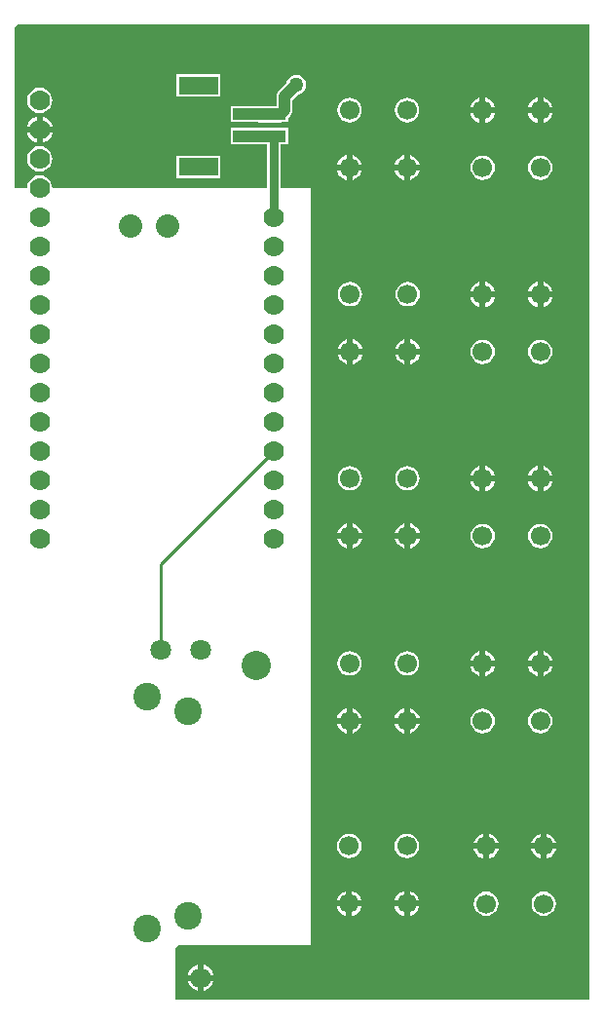
<source format=gbl>
G04*
G04 #@! TF.GenerationSoftware,Altium Limited,Altium Designer,19.1.8 (144)*
G04*
G04 Layer_Physical_Order=2*
G04 Layer_Color=16711680*
%FSLAX25Y25*%
%MOIN*%
G70*
G01*
G75*
%ADD10C,0.01000*%
%ADD24C,0.06693*%
%ADD25C,0.08000*%
%ADD26C,0.09449*%
%ADD27C,0.07087*%
%ADD28C,0.07000*%
%ADD29C,0.05000*%
%ADD30C,0.10000*%
%ADD31R,0.18110X0.03937*%
%ADD32R,0.13386X0.06299*%
%ADD33C,0.03000*%
%ADD34C,0.04000*%
G36*
X590551Y394685D02*
X448819D01*
Y412402D01*
X449803Y413386D01*
X495079D01*
Y672244D01*
X484707D01*
Y687389D01*
X487414D01*
Y692926D01*
X467704D01*
Y687389D01*
X480017D01*
Y672244D01*
X406768D01*
X406699Y672323D01*
X406552Y673445D01*
X406118Y674491D01*
X405429Y675390D01*
X404531Y676079D01*
X403485Y676512D01*
X402362Y676660D01*
X401240Y676512D01*
X400194Y676079D01*
X399295Y675390D01*
X398606Y674491D01*
X398173Y673445D01*
X398025Y672323D01*
X397956Y672244D01*
X393701D01*
Y727362D01*
X394685Y728346D01*
X590551D01*
Y394685D01*
D02*
G37*
%LPC*%
G36*
X464186Y711430D02*
X449200D01*
Y703531D01*
X464186D01*
Y711430D01*
D02*
G37*
G36*
X574622Y703203D02*
Y699951D01*
X577874D01*
X577857Y700086D01*
X577419Y701143D01*
X576722Y702051D01*
X575814Y702748D01*
X574757Y703186D01*
X574622Y703203D01*
D02*
G37*
G36*
X572622D02*
X572487Y703186D01*
X571430Y702748D01*
X570522Y702051D01*
X569825Y701143D01*
X569387Y700086D01*
X569370Y699951D01*
X572622D01*
Y703203D01*
D02*
G37*
G36*
X554937D02*
Y699951D01*
X558189D01*
X558172Y700086D01*
X557734Y701143D01*
X557037Y702051D01*
X556129Y702748D01*
X555072Y703186D01*
X554937Y703203D01*
D02*
G37*
G36*
X552937D02*
X552802Y703186D01*
X551745Y702748D01*
X550837Y702051D01*
X550140Y701143D01*
X549702Y700086D01*
X549685Y699951D01*
X552937D01*
Y703203D01*
D02*
G37*
G36*
X402362Y706660D02*
X401240Y706512D01*
X400194Y706079D01*
X399295Y705390D01*
X398606Y704491D01*
X398173Y703445D01*
X398025Y702323D01*
X398173Y701200D01*
X398606Y700154D01*
X399295Y699256D01*
X400194Y698567D01*
X401240Y698134D01*
X402362Y697986D01*
X403485Y698134D01*
X404531Y698567D01*
X405429Y699256D01*
X406118Y700154D01*
X406552Y701200D01*
X406699Y702323D01*
X406552Y703445D01*
X406118Y704491D01*
X405429Y705390D01*
X404531Y706079D01*
X403485Y706512D01*
X402362Y706660D01*
D02*
G37*
G36*
X528051Y703198D02*
X526969Y703055D01*
X525960Y702638D01*
X525094Y701973D01*
X524429Y701107D01*
X524012Y700098D01*
X523869Y699016D01*
X524012Y697933D01*
X524429Y696925D01*
X525094Y696059D01*
X525960Y695394D01*
X526969Y694976D01*
X528051Y694834D01*
X529134Y694976D01*
X530142Y695394D01*
X531008Y696059D01*
X531673Y696925D01*
X532091Y697933D01*
X532233Y699016D01*
X532091Y700098D01*
X531673Y701107D01*
X531008Y701973D01*
X530142Y702638D01*
X529134Y703055D01*
X528051Y703198D01*
D02*
G37*
G36*
X508366D02*
X507284Y703055D01*
X506275Y702638D01*
X505409Y701973D01*
X504744Y701107D01*
X504326Y700098D01*
X504184Y699016D01*
X504326Y697933D01*
X504744Y696925D01*
X505409Y696059D01*
X506275Y695394D01*
X507284Y694976D01*
X508366Y694834D01*
X509449Y694976D01*
X510457Y695394D01*
X511323Y696059D01*
X511988Y696925D01*
X512406Y697933D01*
X512548Y699016D01*
X512406Y700098D01*
X511988Y701107D01*
X511323Y701973D01*
X510457Y702638D01*
X509449Y703055D01*
X508366Y703198D01*
D02*
G37*
G36*
X490158Y711006D02*
X489296Y710892D01*
X488493Y710560D01*
X487804Y710031D01*
X487275Y709341D01*
X486942Y708539D01*
X486930Y708443D01*
X484117Y705631D01*
X483669Y705046D01*
X483386Y704365D01*
X483290Y703634D01*
Y700462D01*
X477559D01*
X477136Y700406D01*
X467704D01*
Y694869D01*
X477136D01*
X477559Y694814D01*
X484646D01*
X485069Y694869D01*
X487414D01*
Y696413D01*
X488111Y697109D01*
X488560Y697694D01*
X488842Y698376D01*
X488938Y699106D01*
Y702464D01*
X490924Y704450D01*
X491019Y704462D01*
X491822Y704795D01*
X492511Y705324D01*
X493040Y706013D01*
X493372Y706816D01*
X493486Y707677D01*
X493372Y708539D01*
X493040Y709341D01*
X492511Y710031D01*
X491822Y710560D01*
X491019Y710892D01*
X490158Y711006D01*
D02*
G37*
G36*
X577874Y697951D02*
X574622D01*
Y694699D01*
X574757Y694717D01*
X575814Y695155D01*
X576722Y695851D01*
X577419Y696759D01*
X577857Y697817D01*
X577874Y697951D01*
D02*
G37*
G36*
X572622D02*
X569370D01*
X569387Y697817D01*
X569825Y696759D01*
X570522Y695851D01*
X571430Y695155D01*
X572487Y694717D01*
X572622Y694699D01*
Y697951D01*
D02*
G37*
G36*
X558189D02*
X554937D01*
Y694699D01*
X555072Y694717D01*
X556129Y695155D01*
X557037Y695851D01*
X557734Y696759D01*
X558172Y697817D01*
X558189Y697951D01*
D02*
G37*
G36*
X552937D02*
X549685D01*
X549702Y697817D01*
X550140Y696759D01*
X550837Y695851D01*
X551745Y695155D01*
X552802Y694717D01*
X552937Y694699D01*
Y697951D01*
D02*
G37*
G36*
X403362Y696730D02*
Y693323D01*
X406769D01*
X406746Y693498D01*
X406293Y694592D01*
X405572Y695532D01*
X404632Y696254D01*
X403537Y696707D01*
X403362Y696730D01*
D02*
G37*
G36*
X401362Y696730D02*
X401187Y696707D01*
X400093Y696254D01*
X399153Y695532D01*
X398431Y694592D01*
X397978Y693498D01*
X397955Y693323D01*
X401362D01*
Y696730D01*
D02*
G37*
G36*
Y691323D02*
X397955D01*
X397978Y691148D01*
X398431Y690053D01*
X399153Y689113D01*
X400093Y688392D01*
X401187Y687939D01*
X401362Y687916D01*
Y691323D01*
D02*
G37*
G36*
X406769D02*
X403362D01*
Y687916D01*
X403537Y687939D01*
X404632Y688392D01*
X405572Y689113D01*
X406293Y690053D01*
X406746Y691148D01*
X406769Y691323D01*
D02*
G37*
G36*
X509366Y683583D02*
Y680331D01*
X512618D01*
X512601Y680465D01*
X512163Y681523D01*
X511466Y682431D01*
X510558Y683127D01*
X509501Y683565D01*
X509366Y683583D01*
D02*
G37*
G36*
X529051D02*
Y680331D01*
X532303D01*
X532286Y680465D01*
X531848Y681523D01*
X531151Y682431D01*
X530243Y683127D01*
X529186Y683565D01*
X529051Y683583D01*
D02*
G37*
G36*
X527051Y683583D02*
X526917Y683565D01*
X525859Y683127D01*
X524951Y682431D01*
X524255Y681523D01*
X523817Y680465D01*
X523799Y680331D01*
X527051D01*
Y683583D01*
D02*
G37*
G36*
X507366D02*
X507232Y683565D01*
X506174Y683127D01*
X505266Y682431D01*
X504569Y681523D01*
X504132Y680465D01*
X504114Y680331D01*
X507366D01*
Y683583D01*
D02*
G37*
G36*
X402362Y686660D02*
X401240Y686512D01*
X400194Y686079D01*
X399295Y685390D01*
X398606Y684491D01*
X398173Y683445D01*
X398025Y682323D01*
X398173Y681200D01*
X398606Y680154D01*
X399295Y679256D01*
X400194Y678567D01*
X401240Y678133D01*
X402362Y677986D01*
X403485Y678133D01*
X404531Y678567D01*
X405429Y679256D01*
X406118Y680154D01*
X406552Y681200D01*
X406699Y682323D01*
X406552Y683445D01*
X406118Y684491D01*
X405429Y685390D01*
X404531Y686079D01*
X403485Y686512D01*
X402362Y686660D01*
D02*
G37*
G36*
X464186Y683477D02*
X449200D01*
Y675578D01*
X464186D01*
Y683477D01*
D02*
G37*
G36*
X573622Y683448D02*
X572540Y683306D01*
X571531Y682888D01*
X570665Y682223D01*
X570000Y681357D01*
X569582Y680349D01*
X569440Y679266D01*
X569582Y678184D01*
X570000Y677175D01*
X570665Y676309D01*
X571531Y675644D01*
X572540Y675226D01*
X573622Y675084D01*
X574705Y675226D01*
X575713Y675644D01*
X576579Y676309D01*
X577244Y677175D01*
X577662Y678184D01*
X577804Y679266D01*
X577662Y680349D01*
X577244Y681357D01*
X576579Y682223D01*
X575713Y682888D01*
X574705Y683306D01*
X573622Y683448D01*
D02*
G37*
G36*
X553937D02*
X552855Y683306D01*
X551846Y682888D01*
X550980Y682223D01*
X550315Y681357D01*
X549897Y680349D01*
X549755Y679266D01*
X549897Y678184D01*
X550315Y677175D01*
X550980Y676309D01*
X551846Y675644D01*
X552855Y675226D01*
X553937Y675084D01*
X555019Y675226D01*
X556028Y675644D01*
X556894Y676309D01*
X557559Y677175D01*
X557977Y678184D01*
X558119Y679266D01*
X557977Y680349D01*
X557559Y681357D01*
X556894Y682223D01*
X556028Y682888D01*
X555019Y683306D01*
X553937Y683448D01*
D02*
G37*
G36*
X532303Y678331D02*
X529051D01*
Y675078D01*
X529186Y675096D01*
X530243Y675534D01*
X531151Y676231D01*
X531848Y677139D01*
X532286Y678196D01*
X532303Y678331D01*
D02*
G37*
G36*
X512618D02*
X509366D01*
Y675078D01*
X509501Y675096D01*
X510558Y675534D01*
X511466Y676231D01*
X512163Y677139D01*
X512601Y678196D01*
X512618Y678331D01*
D02*
G37*
G36*
X527051D02*
X523799D01*
X523817Y678196D01*
X524255Y677139D01*
X524951Y676231D01*
X525859Y675534D01*
X526917Y675096D01*
X527051Y675078D01*
Y678331D01*
D02*
G37*
G36*
X507366D02*
X504114D01*
X504132Y678196D01*
X504569Y677139D01*
X505266Y676231D01*
X506174Y675534D01*
X507232Y675096D01*
X507366Y675078D01*
Y678331D01*
D02*
G37*
G36*
X574622Y640211D02*
Y636959D01*
X577874D01*
X577857Y637094D01*
X577419Y638151D01*
X576722Y639059D01*
X575814Y639756D01*
X574757Y640194D01*
X574622Y640211D01*
D02*
G37*
G36*
X572622D02*
X572487Y640194D01*
X571430Y639756D01*
X570522Y639059D01*
X569825Y638151D01*
X569387Y637094D01*
X569370Y636959D01*
X572622D01*
Y640211D01*
D02*
G37*
G36*
X554937D02*
Y636959D01*
X558189D01*
X558172Y637094D01*
X557734Y638151D01*
X557037Y639059D01*
X556129Y639756D01*
X555072Y640194D01*
X554937Y640211D01*
D02*
G37*
G36*
X552937D02*
X552802Y640194D01*
X551745Y639756D01*
X550837Y639059D01*
X550140Y638151D01*
X549702Y637094D01*
X549685Y636959D01*
X552937D01*
Y640211D01*
D02*
G37*
G36*
X528248Y640206D02*
X527165Y640063D01*
X526157Y639645D01*
X525291Y638981D01*
X524626Y638115D01*
X524208Y637106D01*
X524066Y636024D01*
X524208Y634941D01*
X524626Y633932D01*
X525291Y633066D01*
X526157Y632402D01*
X527165Y631984D01*
X528248Y631841D01*
X529330Y631984D01*
X530339Y632402D01*
X531205Y633066D01*
X531870Y633932D01*
X532288Y634941D01*
X532430Y636024D01*
X532288Y637106D01*
X531870Y638115D01*
X531205Y638981D01*
X530339Y639645D01*
X529330Y640063D01*
X528248Y640206D01*
D02*
G37*
G36*
X508563D02*
X507480Y640063D01*
X506472Y639645D01*
X505606Y638981D01*
X504941Y638115D01*
X504523Y637106D01*
X504381Y636024D01*
X504523Y634941D01*
X504941Y633932D01*
X505606Y633066D01*
X506472Y632402D01*
X507480Y631984D01*
X508563Y631841D01*
X509645Y631984D01*
X510654Y632402D01*
X511520Y633066D01*
X512185Y633932D01*
X512603Y634941D01*
X512745Y636024D01*
X512603Y637106D01*
X512185Y638115D01*
X511520Y638981D01*
X510654Y639645D01*
X509645Y640063D01*
X508563Y640206D01*
D02*
G37*
G36*
X577874Y634959D02*
X574622D01*
Y631707D01*
X574757Y631724D01*
X575814Y632162D01*
X576722Y632859D01*
X577419Y633767D01*
X577857Y634824D01*
X577874Y634959D01*
D02*
G37*
G36*
X572622D02*
X569370D01*
X569387Y634824D01*
X569825Y633767D01*
X570522Y632859D01*
X571430Y632162D01*
X572487Y631724D01*
X572622Y631707D01*
Y634959D01*
D02*
G37*
G36*
X558189D02*
X554937D01*
Y631707D01*
X555072Y631724D01*
X556129Y632162D01*
X557037Y632859D01*
X557734Y633767D01*
X558172Y634824D01*
X558189Y634959D01*
D02*
G37*
G36*
X552937D02*
X549685D01*
X549702Y634824D01*
X550140Y633767D01*
X550837Y632859D01*
X551745Y632162D01*
X552802Y631724D01*
X552937Y631707D01*
Y634959D01*
D02*
G37*
G36*
X529248Y620591D02*
Y617339D01*
X532500D01*
X532482Y617473D01*
X532045Y618530D01*
X531348Y619438D01*
X530440Y620135D01*
X529383Y620573D01*
X529248Y620591D01*
D02*
G37*
G36*
X509563D02*
Y617339D01*
X512815D01*
X512797Y617473D01*
X512360Y618530D01*
X511663Y619438D01*
X510755Y620135D01*
X509697Y620573D01*
X509563Y620591D01*
D02*
G37*
G36*
X527248D02*
X527113Y620573D01*
X526056Y620135D01*
X525148Y619438D01*
X524451Y618530D01*
X524013Y617473D01*
X523996Y617339D01*
X527248D01*
Y620591D01*
D02*
G37*
G36*
X507563D02*
X507428Y620573D01*
X506371Y620135D01*
X505463Y619438D01*
X504766Y618530D01*
X504328Y617473D01*
X504311Y617339D01*
X507563D01*
Y620591D01*
D02*
G37*
G36*
X573622Y620456D02*
X572540Y620314D01*
X571531Y619896D01*
X570665Y619231D01*
X570000Y618365D01*
X569582Y617356D01*
X569440Y616274D01*
X569582Y615191D01*
X570000Y614183D01*
X570665Y613317D01*
X571531Y612652D01*
X572540Y612234D01*
X573622Y612092D01*
X574705Y612234D01*
X575713Y612652D01*
X576579Y613317D01*
X577244Y614183D01*
X577662Y615191D01*
X577804Y616274D01*
X577662Y617356D01*
X577244Y618365D01*
X576579Y619231D01*
X575713Y619896D01*
X574705Y620314D01*
X573622Y620456D01*
D02*
G37*
G36*
X553937D02*
X552855Y620314D01*
X551846Y619896D01*
X550980Y619231D01*
X550315Y618365D01*
X549897Y617356D01*
X549755Y616274D01*
X549897Y615191D01*
X550315Y614183D01*
X550980Y613317D01*
X551846Y612652D01*
X552855Y612234D01*
X553937Y612092D01*
X555019Y612234D01*
X556028Y612652D01*
X556894Y613317D01*
X557559Y614183D01*
X557977Y615191D01*
X558119Y616274D01*
X557977Y617356D01*
X557559Y618365D01*
X556894Y619231D01*
X556028Y619896D01*
X555019Y620314D01*
X553937Y620456D01*
D02*
G37*
G36*
X532500Y615339D02*
X529248D01*
Y612086D01*
X529383Y612104D01*
X530440Y612542D01*
X531348Y613238D01*
X532045Y614147D01*
X532482Y615204D01*
X532500Y615339D01*
D02*
G37*
G36*
X512815D02*
X509563D01*
Y612086D01*
X509697Y612104D01*
X510755Y612542D01*
X511663Y613238D01*
X512360Y614147D01*
X512797Y615204D01*
X512815Y615339D01*
D02*
G37*
G36*
X527248D02*
X523996D01*
X524013Y615204D01*
X524451Y614147D01*
X525148Y613238D01*
X526056Y612542D01*
X527113Y612104D01*
X527248Y612086D01*
Y615339D01*
D02*
G37*
G36*
X507563D02*
X504311D01*
X504328Y615204D01*
X504766Y614147D01*
X505463Y613238D01*
X506371Y612542D01*
X507428Y612104D01*
X507563Y612086D01*
Y615339D01*
D02*
G37*
G36*
X574622Y577219D02*
Y573967D01*
X577874D01*
X577857Y574102D01*
X577419Y575159D01*
X576722Y576067D01*
X575814Y576764D01*
X574757Y577202D01*
X574622Y577219D01*
D02*
G37*
G36*
X572622D02*
X572487Y577202D01*
X571430Y576764D01*
X570522Y576067D01*
X569825Y575159D01*
X569387Y574102D01*
X569370Y573967D01*
X572622D01*
Y577219D01*
D02*
G37*
G36*
X554937D02*
Y573967D01*
X558189D01*
X558172Y574102D01*
X557734Y575159D01*
X557037Y576067D01*
X556129Y576764D01*
X555072Y577202D01*
X554937Y577219D01*
D02*
G37*
G36*
X552937D02*
X552802Y577202D01*
X551745Y576764D01*
X550837Y576067D01*
X550140Y575159D01*
X549702Y574102D01*
X549685Y573967D01*
X552937D01*
Y577219D01*
D02*
G37*
G36*
X528150Y577214D02*
X527067Y577071D01*
X526058Y576653D01*
X525192Y575989D01*
X524528Y575123D01*
X524110Y574114D01*
X523967Y573032D01*
X524110Y571949D01*
X524528Y570940D01*
X525192Y570074D01*
X526058Y569410D01*
X527067Y568992D01*
X528150Y568849D01*
X529232Y568992D01*
X530241Y569410D01*
X531107Y570074D01*
X531772Y570940D01*
X532189Y571949D01*
X532332Y573032D01*
X532189Y574114D01*
X531772Y575123D01*
X531107Y575989D01*
X530241Y576653D01*
X529232Y577071D01*
X528150Y577214D01*
D02*
G37*
G36*
X508465D02*
X507382Y577071D01*
X506374Y576653D01*
X505507Y575989D01*
X504843Y575123D01*
X504425Y574114D01*
X504282Y573032D01*
X504425Y571949D01*
X504843Y570940D01*
X505507Y570074D01*
X506374Y569410D01*
X507382Y568992D01*
X508465Y568849D01*
X509547Y568992D01*
X510556Y569410D01*
X511422Y570074D01*
X512086Y570940D01*
X512504Y571949D01*
X512647Y573032D01*
X512504Y574114D01*
X512086Y575123D01*
X511422Y575989D01*
X510556Y576653D01*
X509547Y577071D01*
X508465Y577214D01*
D02*
G37*
G36*
X577874Y571967D02*
X574622D01*
Y568715D01*
X574757Y568732D01*
X575814Y569170D01*
X576722Y569867D01*
X577419Y570775D01*
X577857Y571832D01*
X577874Y571967D01*
D02*
G37*
G36*
X572622D02*
X569370D01*
X569387Y571832D01*
X569825Y570775D01*
X570522Y569867D01*
X571430Y569170D01*
X572487Y568732D01*
X572622Y568715D01*
Y571967D01*
D02*
G37*
G36*
X558189D02*
X554937D01*
Y568715D01*
X555072Y568732D01*
X556129Y569170D01*
X557037Y569867D01*
X557734Y570775D01*
X558172Y571832D01*
X558189Y571967D01*
D02*
G37*
G36*
X552937D02*
X549685D01*
X549702Y571832D01*
X550140Y570775D01*
X550837Y569867D01*
X551745Y569170D01*
X552802Y568732D01*
X552937Y568715D01*
Y571967D01*
D02*
G37*
G36*
X529150Y557599D02*
Y554347D01*
X532402D01*
X532384Y554481D01*
X531946Y555539D01*
X531250Y556446D01*
X530342Y557143D01*
X529284Y557581D01*
X529150Y557599D01*
D02*
G37*
G36*
X509465D02*
Y554347D01*
X512717D01*
X512699Y554481D01*
X512261Y555539D01*
X511564Y556446D01*
X510657Y557143D01*
X509599Y557581D01*
X509465Y557599D01*
D02*
G37*
G36*
X507465D02*
X507330Y557581D01*
X506273Y557143D01*
X505365Y556446D01*
X504668Y555539D01*
X504230Y554481D01*
X504212Y554347D01*
X507465D01*
Y557599D01*
D02*
G37*
G36*
X527150D02*
X527015Y557581D01*
X525958Y557143D01*
X525050Y556446D01*
X524353Y555539D01*
X523915Y554481D01*
X523897Y554347D01*
X527150D01*
Y557599D01*
D02*
G37*
G36*
X573622Y557464D02*
X572540Y557322D01*
X571531Y556904D01*
X570665Y556239D01*
X570000Y555373D01*
X569582Y554364D01*
X569440Y553282D01*
X569582Y552200D01*
X570000Y551191D01*
X570665Y550325D01*
X571531Y549660D01*
X572540Y549242D01*
X573622Y549100D01*
X574705Y549242D01*
X575713Y549660D01*
X576579Y550325D01*
X577244Y551191D01*
X577662Y552200D01*
X577804Y553282D01*
X577662Y554364D01*
X577244Y555373D01*
X576579Y556239D01*
X575713Y556904D01*
X574705Y557322D01*
X573622Y557464D01*
D02*
G37*
G36*
X553937D02*
X552855Y557322D01*
X551846Y556904D01*
X550980Y556239D01*
X550315Y555373D01*
X549897Y554364D01*
X549755Y553282D01*
X549897Y552200D01*
X550315Y551191D01*
X550980Y550325D01*
X551846Y549660D01*
X552855Y549242D01*
X553937Y549100D01*
X555019Y549242D01*
X556028Y549660D01*
X556894Y550325D01*
X557559Y551191D01*
X557977Y552200D01*
X558119Y553282D01*
X557977Y554364D01*
X557559Y555373D01*
X556894Y556239D01*
X556028Y556904D01*
X555019Y557322D01*
X553937Y557464D01*
D02*
G37*
G36*
X532402Y552347D02*
X529150D01*
Y549094D01*
X529284Y549112D01*
X530342Y549550D01*
X531250Y550247D01*
X531946Y551155D01*
X532384Y552212D01*
X532402Y552347D01*
D02*
G37*
G36*
X512717D02*
X509465D01*
Y549094D01*
X509599Y549112D01*
X510657Y549550D01*
X511564Y550247D01*
X512261Y551155D01*
X512699Y552212D01*
X512717Y552347D01*
D02*
G37*
G36*
X527150D02*
X523897D01*
X523915Y552212D01*
X524353Y551155D01*
X525050Y550247D01*
X525958Y549550D01*
X527015Y549112D01*
X527150Y549094D01*
Y552347D01*
D02*
G37*
G36*
X507465D02*
X504212D01*
X504230Y552212D01*
X504668Y551155D01*
X505365Y550247D01*
X506273Y549550D01*
X507330Y549112D01*
X507465Y549094D01*
Y552347D01*
D02*
G37*
G36*
X574622Y513932D02*
Y510679D01*
X577874D01*
X577857Y510814D01*
X577419Y511871D01*
X576722Y512780D01*
X575814Y513476D01*
X574757Y513914D01*
X574622Y513932D01*
D02*
G37*
G36*
X572622D02*
X572487Y513914D01*
X571430Y513476D01*
X570522Y512780D01*
X569825Y511871D01*
X569387Y510814D01*
X569370Y510679D01*
X572622D01*
Y513932D01*
D02*
G37*
G36*
X554937D02*
Y510679D01*
X558189D01*
X558172Y510814D01*
X557734Y511871D01*
X557037Y512780D01*
X556129Y513476D01*
X555072Y513914D01*
X554937Y513932D01*
D02*
G37*
G36*
X552937D02*
X552802Y513914D01*
X551745Y513476D01*
X550837Y512780D01*
X550140Y511871D01*
X549702Y510814D01*
X549685Y510679D01*
X552937D01*
Y513932D01*
D02*
G37*
G36*
X528051Y513926D02*
X526969Y513784D01*
X525960Y513366D01*
X525094Y512701D01*
X524429Y511835D01*
X524012Y510827D01*
X523869Y509744D01*
X524012Y508662D01*
X524429Y507653D01*
X525094Y506787D01*
X525960Y506122D01*
X526969Y505704D01*
X528051Y505562D01*
X529134Y505704D01*
X530142Y506122D01*
X531008Y506787D01*
X531673Y507653D01*
X532091Y508662D01*
X532233Y509744D01*
X532091Y510827D01*
X531673Y511835D01*
X531008Y512701D01*
X530142Y513366D01*
X529134Y513784D01*
X528051Y513926D01*
D02*
G37*
G36*
X508366D02*
X507284Y513784D01*
X506275Y513366D01*
X505409Y512701D01*
X504744Y511835D01*
X504326Y510827D01*
X504184Y509744D01*
X504326Y508662D01*
X504744Y507653D01*
X505409Y506787D01*
X506275Y506122D01*
X507284Y505704D01*
X508366Y505562D01*
X509449Y505704D01*
X510457Y506122D01*
X511323Y506787D01*
X511988Y507653D01*
X512406Y508662D01*
X512548Y509744D01*
X512406Y510827D01*
X511988Y511835D01*
X511323Y512701D01*
X510457Y513366D01*
X509449Y513784D01*
X508366Y513926D01*
D02*
G37*
G36*
X577874Y508679D02*
X574622D01*
Y505427D01*
X574757Y505445D01*
X575814Y505883D01*
X576722Y506580D01*
X577419Y507488D01*
X577857Y508545D01*
X577874Y508679D01*
D02*
G37*
G36*
X572622D02*
X569370D01*
X569387Y508545D01*
X569825Y507488D01*
X570522Y506580D01*
X571430Y505883D01*
X572487Y505445D01*
X572622Y505427D01*
Y508679D01*
D02*
G37*
G36*
X558189D02*
X554937D01*
Y505427D01*
X555072Y505445D01*
X556129Y505883D01*
X557037Y506580D01*
X557734Y507488D01*
X558172Y508545D01*
X558189Y508679D01*
D02*
G37*
G36*
X552937D02*
X549685D01*
X549702Y508545D01*
X550140Y507488D01*
X550837Y506580D01*
X551745Y505883D01*
X552802Y505445D01*
X552937Y505427D01*
Y508679D01*
D02*
G37*
G36*
X529051Y494311D02*
Y491059D01*
X532303D01*
X532286Y491194D01*
X531848Y492251D01*
X531151Y493159D01*
X530243Y493856D01*
X529186Y494294D01*
X529051Y494311D01*
D02*
G37*
G36*
X509366D02*
Y491059D01*
X512618D01*
X512601Y491194D01*
X512163Y492251D01*
X511466Y493159D01*
X510558Y493856D01*
X509501Y494294D01*
X509366Y494311D01*
D02*
G37*
G36*
X507366Y494311D02*
X507232Y494294D01*
X506174Y493856D01*
X505266Y493159D01*
X504569Y492251D01*
X504132Y491194D01*
X504114Y491059D01*
X507366D01*
Y494311D01*
D02*
G37*
G36*
X527051D02*
X526917Y494294D01*
X525859Y493856D01*
X524951Y493159D01*
X524255Y492251D01*
X523817Y491194D01*
X523799Y491059D01*
X527051D01*
Y494311D01*
D02*
G37*
G36*
X573622Y494177D02*
X572540Y494034D01*
X571531Y493616D01*
X570665Y492952D01*
X570000Y492086D01*
X569582Y491077D01*
X569440Y489994D01*
X569582Y488912D01*
X570000Y487903D01*
X570665Y487037D01*
X571531Y486373D01*
X572540Y485955D01*
X573622Y485812D01*
X574705Y485955D01*
X575713Y486373D01*
X576579Y487037D01*
X577244Y487903D01*
X577662Y488912D01*
X577804Y489994D01*
X577662Y491077D01*
X577244Y492086D01*
X576579Y492952D01*
X575713Y493616D01*
X574705Y494034D01*
X573622Y494177D01*
D02*
G37*
G36*
X553937D02*
X552855Y494034D01*
X551846Y493616D01*
X550980Y492952D01*
X550315Y492086D01*
X549897Y491077D01*
X549755Y489994D01*
X549897Y488912D01*
X550315Y487903D01*
X550980Y487037D01*
X551846Y486373D01*
X552855Y485955D01*
X553937Y485812D01*
X555019Y485955D01*
X556028Y486373D01*
X556894Y487037D01*
X557559Y487903D01*
X557977Y488912D01*
X558119Y489994D01*
X557977Y491077D01*
X557559Y492086D01*
X556894Y492952D01*
X556028Y493616D01*
X555019Y494034D01*
X553937Y494177D01*
D02*
G37*
G36*
X532303Y489059D02*
X529051D01*
Y485807D01*
X529186Y485824D01*
X530243Y486262D01*
X531151Y486959D01*
X531848Y487867D01*
X532286Y488924D01*
X532303Y489059D01*
D02*
G37*
G36*
X512618D02*
X509366D01*
Y485807D01*
X509501Y485824D01*
X510558Y486262D01*
X511466Y486959D01*
X512163Y487867D01*
X512601Y488924D01*
X512618Y489059D01*
D02*
G37*
G36*
X527051D02*
X523799D01*
X523817Y488924D01*
X524255Y487867D01*
X524951Y486959D01*
X525859Y486262D01*
X526917Y485824D01*
X527051Y485807D01*
Y489059D01*
D02*
G37*
G36*
X507366D02*
X504114D01*
X504132Y488924D01*
X504569Y487867D01*
X505266Y486959D01*
X506174Y486262D01*
X507232Y485824D01*
X507366Y485807D01*
Y489059D01*
D02*
G37*
G36*
X575803Y451432D02*
Y448179D01*
X579056D01*
X579038Y448314D01*
X578600Y449371D01*
X577903Y450280D01*
X576995Y450976D01*
X575938Y451414D01*
X575803Y451432D01*
D02*
G37*
G36*
X573803D02*
X573668Y451414D01*
X572611Y450976D01*
X571703Y450280D01*
X571006Y449371D01*
X570569Y448314D01*
X570551Y448179D01*
X573803D01*
Y451432D01*
D02*
G37*
G36*
X556118D02*
Y448179D01*
X559370D01*
X559353Y448314D01*
X558915Y449371D01*
X558218Y450280D01*
X557310Y450976D01*
X556253Y451414D01*
X556118Y451432D01*
D02*
G37*
G36*
X554118D02*
X553983Y451414D01*
X552926Y450976D01*
X552018Y450280D01*
X551322Y449371D01*
X550883Y448314D01*
X550866Y448179D01*
X554118D01*
Y451432D01*
D02*
G37*
G36*
X527953Y451426D02*
X526870Y451284D01*
X525862Y450866D01*
X524996Y450201D01*
X524331Y449335D01*
X523913Y448327D01*
X523771Y447244D01*
X523913Y446162D01*
X524331Y445153D01*
X524996Y444287D01*
X525862Y443622D01*
X526870Y443204D01*
X527953Y443062D01*
X529035Y443204D01*
X530044Y443622D01*
X530910Y444287D01*
X531575Y445153D01*
X531992Y446162D01*
X532135Y447244D01*
X531992Y448327D01*
X531575Y449335D01*
X530910Y450201D01*
X530044Y450866D01*
X529035Y451284D01*
X527953Y451426D01*
D02*
G37*
G36*
X508268D02*
X507185Y451284D01*
X506177Y450866D01*
X505310Y450201D01*
X504646Y449335D01*
X504228Y448327D01*
X504085Y447244D01*
X504228Y446162D01*
X504646Y445153D01*
X505310Y444287D01*
X506177Y443622D01*
X507185Y443204D01*
X508268Y443062D01*
X509350Y443204D01*
X510359Y443622D01*
X511225Y444287D01*
X511890Y445153D01*
X512307Y446162D01*
X512450Y447244D01*
X512307Y448327D01*
X511890Y449335D01*
X511225Y450201D01*
X510359Y450866D01*
X509350Y451284D01*
X508268Y451426D01*
D02*
G37*
G36*
X579056Y446179D02*
X575803D01*
Y442927D01*
X575938Y442945D01*
X576995Y443383D01*
X577903Y444080D01*
X578600Y444988D01*
X579038Y446045D01*
X579056Y446179D01*
D02*
G37*
G36*
X573803D02*
X570551D01*
X570569Y446045D01*
X571006Y444988D01*
X571703Y444080D01*
X572611Y443383D01*
X573668Y442945D01*
X573803Y442927D01*
Y446179D01*
D02*
G37*
G36*
X559370D02*
X556118D01*
Y442927D01*
X556253Y442945D01*
X557310Y443383D01*
X558218Y444080D01*
X558915Y444988D01*
X559353Y446045D01*
X559370Y446179D01*
D02*
G37*
G36*
X554118D02*
X550866D01*
X550883Y446045D01*
X551322Y444988D01*
X552018Y444080D01*
X552926Y443383D01*
X553983Y442945D01*
X554118Y442927D01*
Y446179D01*
D02*
G37*
G36*
X528953Y431811D02*
Y428559D01*
X532205D01*
X532187Y428694D01*
X531749Y429751D01*
X531053Y430659D01*
X530145Y431356D01*
X529087Y431794D01*
X528953Y431811D01*
D02*
G37*
G36*
X509268D02*
Y428559D01*
X512520D01*
X512502Y428694D01*
X512064Y429751D01*
X511368Y430659D01*
X510460Y431356D01*
X509402Y431794D01*
X509268Y431811D01*
D02*
G37*
G36*
X507268D02*
X507133Y431794D01*
X506076Y431356D01*
X505168Y430659D01*
X504471Y429751D01*
X504033Y428694D01*
X504015Y428559D01*
X507268D01*
Y431811D01*
D02*
G37*
G36*
X526953D02*
X526818Y431794D01*
X525761Y431356D01*
X524853Y430659D01*
X524156Y429751D01*
X523718Y428694D01*
X523701Y428559D01*
X526953D01*
Y431811D01*
D02*
G37*
G36*
X574803Y431677D02*
X573721Y431534D01*
X572712Y431116D01*
X571846Y430452D01*
X571181Y429586D01*
X570763Y428577D01*
X570621Y427494D01*
X570763Y426412D01*
X571181Y425403D01*
X571846Y424537D01*
X572712Y423873D01*
X573721Y423455D01*
X574803Y423312D01*
X575886Y423455D01*
X576894Y423873D01*
X577760Y424537D01*
X578425Y425403D01*
X578843Y426412D01*
X578985Y427494D01*
X578843Y428577D01*
X578425Y429586D01*
X577760Y430452D01*
X576894Y431116D01*
X575886Y431534D01*
X574803Y431677D01*
D02*
G37*
G36*
X555118D02*
X554036Y431534D01*
X553027Y431116D01*
X552161Y430452D01*
X551496Y429586D01*
X551078Y428577D01*
X550936Y427494D01*
X551078Y426412D01*
X551496Y425403D01*
X552161Y424537D01*
X553027Y423873D01*
X554036Y423455D01*
X555118Y423312D01*
X556201Y423455D01*
X557209Y423873D01*
X558075Y424537D01*
X558740Y425403D01*
X559158Y426412D01*
X559300Y427494D01*
X559158Y428577D01*
X558740Y429586D01*
X558075Y430452D01*
X557209Y431116D01*
X556201Y431534D01*
X555118Y431677D01*
D02*
G37*
G36*
X532205Y426559D02*
X528953D01*
Y423307D01*
X529087Y423324D01*
X530145Y423762D01*
X531053Y424459D01*
X531749Y425367D01*
X532187Y426424D01*
X532205Y426559D01*
D02*
G37*
G36*
X512520D02*
X509268D01*
Y423307D01*
X509402Y423324D01*
X510460Y423762D01*
X511368Y424459D01*
X512064Y425367D01*
X512502Y426424D01*
X512520Y426559D01*
D02*
G37*
G36*
X526953D02*
X523701D01*
X523718Y426424D01*
X524156Y425367D01*
X524853Y424459D01*
X525761Y423762D01*
X526818Y423324D01*
X526953Y423307D01*
Y426559D01*
D02*
G37*
G36*
X507268D02*
X504015D01*
X504033Y426424D01*
X504471Y425367D01*
X505168Y424459D01*
X506076Y423762D01*
X507133Y423324D01*
X507268Y423307D01*
Y426559D01*
D02*
G37*
G36*
X458481Y406616D02*
Y403166D01*
X461932D01*
X461907Y403352D01*
X461449Y404457D01*
X460721Y405406D01*
X459772Y406134D01*
X458667Y406592D01*
X458481Y406616D01*
D02*
G37*
G36*
X456481D02*
X456295Y406592D01*
X455189Y406134D01*
X454240Y405406D01*
X453512Y404457D01*
X453054Y403352D01*
X453030Y403166D01*
X456481D01*
Y406616D01*
D02*
G37*
G36*
X461932Y401166D02*
X458481D01*
Y397715D01*
X458667Y397739D01*
X459772Y398197D01*
X460721Y398925D01*
X461449Y399874D01*
X461907Y400980D01*
X461932Y401166D01*
D02*
G37*
G36*
X456481D02*
X453030D01*
X453054Y400980D01*
X453512Y399874D01*
X454240Y398925D01*
X455189Y398197D01*
X456295Y397739D01*
X456481Y397715D01*
Y401166D01*
D02*
G37*
%LPD*%
D10*
X480894Y690158D02*
X482362Y688689D01*
X477559Y690158D02*
X480894D01*
X443701Y514370D02*
Y543661D01*
X482362Y582323D01*
D24*
X553937Y698951D02*
D03*
Y679266D02*
D03*
X573622Y698951D02*
D03*
Y679266D02*
D03*
X508366Y699016D02*
D03*
Y679331D02*
D03*
X528051Y699016D02*
D03*
Y679331D02*
D03*
X553937Y635959D02*
D03*
Y616274D02*
D03*
X573622Y635959D02*
D03*
Y616274D02*
D03*
X508563Y636024D02*
D03*
Y616338D02*
D03*
X528248Y636024D02*
D03*
Y616338D02*
D03*
X553937Y572967D02*
D03*
Y553282D02*
D03*
X573622Y572967D02*
D03*
Y553282D02*
D03*
X508465Y573032D02*
D03*
Y553346D02*
D03*
X528150Y573032D02*
D03*
Y553346D02*
D03*
X553937Y509680D02*
D03*
Y489994D02*
D03*
X573622Y509680D02*
D03*
Y489994D02*
D03*
X508366Y509744D02*
D03*
Y490059D02*
D03*
X528051Y509744D02*
D03*
Y490059D02*
D03*
X527953Y427559D02*
D03*
Y447244D02*
D03*
X508268Y427559D02*
D03*
Y447244D02*
D03*
X574803Y427494D02*
D03*
Y447180D02*
D03*
X555118Y427494D02*
D03*
Y447180D02*
D03*
D25*
X433465Y659449D02*
D03*
X446063D02*
D03*
D26*
X452953Y423228D02*
D03*
X439173Y418898D02*
D03*
Y498425D02*
D03*
X452953Y493307D02*
D03*
D27*
X457480Y514370D02*
D03*
X443701D02*
D03*
X457481Y402166D02*
D03*
D28*
X482362Y552323D02*
D03*
Y562323D02*
D03*
Y572323D02*
D03*
Y582323D02*
D03*
Y592323D02*
D03*
Y602323D02*
D03*
Y612323D02*
D03*
Y622323D02*
D03*
Y632323D02*
D03*
Y642323D02*
D03*
Y652323D02*
D03*
Y662323D02*
D03*
X402362Y702323D02*
D03*
Y692323D02*
D03*
Y682323D02*
D03*
Y672323D02*
D03*
Y662323D02*
D03*
Y652323D02*
D03*
Y642323D02*
D03*
Y632323D02*
D03*
Y622323D02*
D03*
Y612323D02*
D03*
Y602323D02*
D03*
Y592323D02*
D03*
Y582323D02*
D03*
Y572323D02*
D03*
Y562323D02*
D03*
Y552224D02*
D03*
D29*
X490158Y707677D02*
D03*
D30*
X476378Y508858D02*
D03*
D31*
X477559Y690158D02*
D03*
Y697638D02*
D03*
D32*
X456693Y707480D02*
D03*
Y679528D02*
D03*
D33*
X482362Y662323D02*
Y688689D01*
D34*
X486114Y703634D02*
X490158Y707677D01*
X486114Y699106D02*
Y703634D01*
X484646Y697638D02*
X486114Y699106D01*
X477559Y697638D02*
X484646D01*
M02*

</source>
